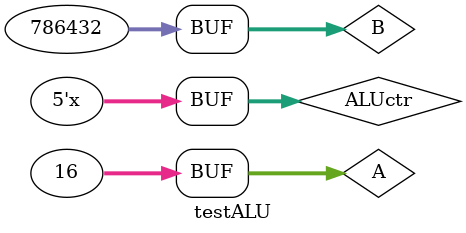
<source format=v>
module testALU(
    );
	 
	reg[4:0] ALUctr;
	reg[31:0] A, B, B_PC;
	reg[4:0] shif;
	wire[31:0] Result;
	wire Zero, Bgez, Bgtz;
	 
	ALU alu(ALUctr, A, B, B_PC, shif, Result, Zero, Bgez, Bgtz);
	
	initial
	begin
	ALUctr = 5'd0;
	A = 32'h00000010;
	B = 32'h000c0000;
	//shif = 5'd16;
	end
	
	always #100 ALUctr = ALUctr + 1; 
	
endmodule

</source>
